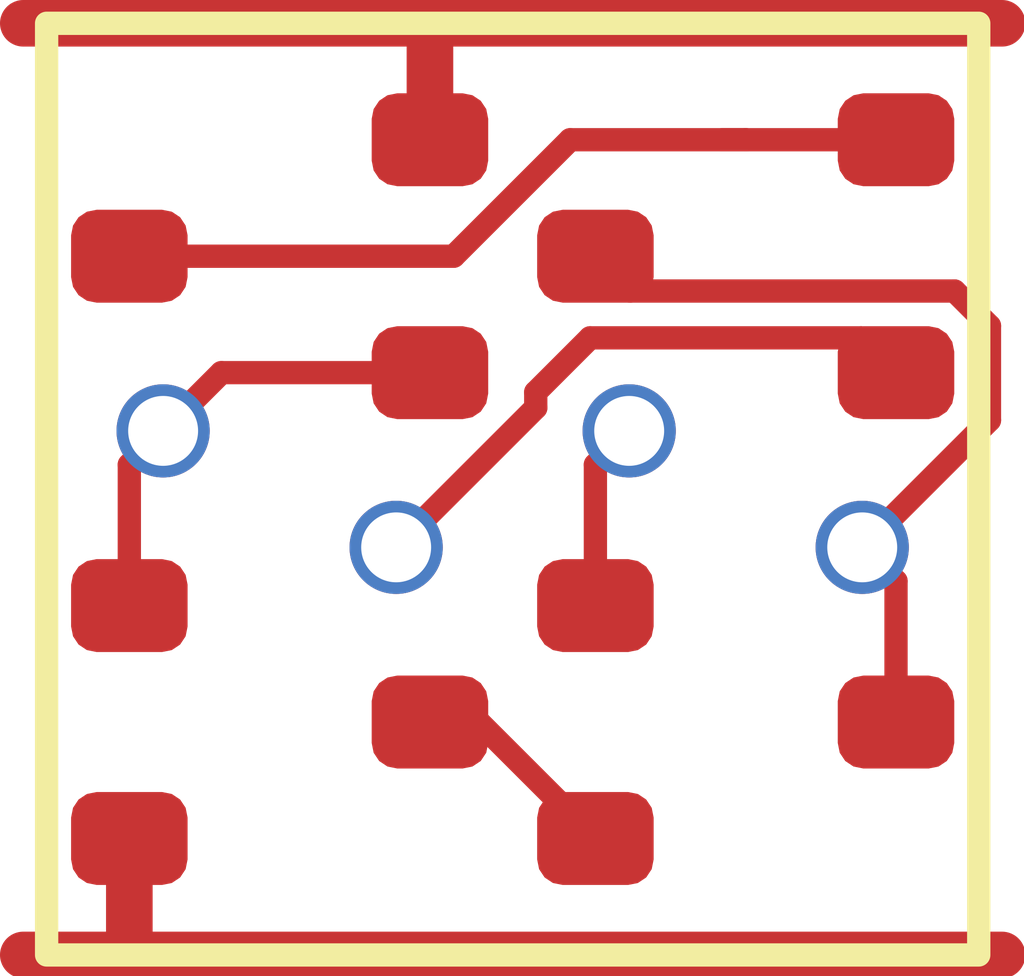
<source format=kicad_pcb>
(kicad_pcb (version 20241229) (generator "pcbnew") (generator_version "9.0")
  (layers (0 "F.Cu" signal) (2 "B.Cu" signal) (13 "F.Paste" user) (15 "B.Paste" user) (5 "F.SilkS" user "F.Silkscreen") (7 "B.SilkS" user "B.Silkscreen") (1 "F.Mask" user) (3 "B.Mask" user) (25 "Edge.Cuts" user))
  (net 0 "")
  (net 1 "Y")
  (net 2 "GND")
  (net 3 "A")
  (net 4 "VDD")
  (net 5 "intN")
  (net 6 "EN")
  (net 7 "intP")
  (net 8 "nEN")
  (footprint "RV523:SOT523" (layer "F.Cu") (at 3 1 180)
    (property "Reference" "N2" (hide yes))
    (property "Value" "NMOS" (hide yes))
    (pad "1" smd roundrect (at -0.645 -0.5) (size 0.5 0.399) (layers "F.Cu" "F.Mask" "F.Paste") (roundrect_rratio 0.275) (net 6 "EN"))
    (pad "2" smd roundrect (at -0.645 0.5) (size 0.5 0.399) (layers "F.Cu" "F.Mask" "F.Paste") (roundrect_rratio 0.275) (net 5 "intN"))
    (pad "3" smd roundrect (at 0.645 0) (size 0.5 0.399) (layers "F.Cu" "F.Mask" "F.Paste") (roundrect_rratio 0.275) (net 1 "Y"))
  )
  (footprint "RV523:SOT523" (layer "F.Cu") (at 3 3)
    (property "Reference" "P2" (hide yes))
    (property "Value" "PMOS" (hide yes))
    (pad "1" smd roundrect (at -0.645 -0.5 180) (size 0.5 0.399) (layers "F.Cu" "F.Mask" "F.Paste") (roundrect_rratio 0.275) (net 8 "nEN"))
    (pad "2" smd roundrect (at -0.645 0.5 180) (size 0.5 0.399) (layers "F.Cu" "F.Mask" "F.Paste") (roundrect_rratio 0.275) (net 7 "intP"))
    (pad "3" smd roundrect (at 0.645 0 180) (size 0.5 0.399) (layers "F.Cu" "F.Mask" "F.Paste") (roundrect_rratio 0.275) (net 1 "Y"))
  )
  (footprint "RV523:SOT523" (layer "F.Cu") (at 1 1 180)
    (property "Reference" "N1" (hide yes))
    (property "Value" "NMOS" (hide yes))
    (pad "1" smd roundrect (at -0.645 -0.5) (size 0.5 0.399) (layers "F.Cu" "F.Mask" "F.Paste") (roundrect_rratio 0.275) (net 3 "A"))
    (pad "2" smd roundrect (at -0.645 0.5) (size 0.5 0.399) (layers "F.Cu" "F.Mask" "F.Paste") (roundrect_rratio 0.275) (net 2 "GND"))
    (pad "3" smd roundrect (at 0.645 0) (size 0.5 0.399) (layers "F.Cu" "F.Mask" "F.Paste") (roundrect_rratio 0.275) (net 5 "intN"))
  )
  (footprint "RV523:SOT523" (layer "F.Cu") (at 1 3)
    (property "Reference" "P1" (hide yes))
    (property "Value" "PMOS" (hide yes))
    (pad "1" smd roundrect (at -0.645 -0.5 180) (size 0.5 0.399) (layers "F.Cu" "F.Mask" "F.Paste") (roundrect_rratio 0.275) (net 3 "A"))
    (pad "2" smd roundrect (at -0.645 0.5 180) (size 0.5 0.399) (layers "F.Cu" "F.Mask" "F.Paste") (roundrect_rratio 0.275) (net 4 "VDD"))
    (pad "3" smd roundrect (at 0.645 0 180) (size 0.5 0.399) (layers "F.Cu" "F.Mask" "F.Paste") (roundrect_rratio 0.275) (net 7 "intP"))
  )
  (gr_rect (start 0 0) (end 4 4) (stroke (width 0.1)) (fill no) (layer "F.SilkS"))
  (segment (start 4.046 1.299188) (end 4.046 1.704) (width 0.1) (layer "F.Cu") (net 1))
  (segment (start 3.896312 1.1495) (end 4.046 1.299188) (width 0.1) (layer "F.Cu") (net 1))
  (segment (start 3.645 3) (end 3.645 2.395) (width 0.1) (layer "F.Cu") (net 1))
  (segment (start 3.5 2.145) (end 3.5 2.25) (width 0.1) (layer "F.Cu") (net 1))
  (segment (start 2.5045 1.1495) (end 3.896312 1.1495) (width 0.1) (layer "F.Cu") (net 1))
  (segment (start 4.046 1.704) (end 3.5 2.25) (width 0.1) (layer "F.Cu") (net 1))
  (segment (start 2.355 1) (end 2.5045 1.1495) (width 0.1) (layer "F.Cu") (net 1))
  (segment (start 3.645 2.395) (end 3.5 2.25) (width 0.1) (layer "F.Cu") (net 1))
  (via (at 3.5 2.25) (size 0.4) (drill 0.3) (layers "F.Cu" "B.Cu") (net 1))
  (segment (start 1.645 0.045) (end 1.6 0) (width 0.2) (layer "F.Cu") (net 2))
  (segment (start 1.645 0.4) (end 1.645 0.045) (width 0.2) (layer "F.Cu") (net 2))
  (segment (start -0.1 0) (end 1.6 0) (width 0.2) (layer "F.Cu") (net 2))
  (segment (start 1.6 0) (end 4.1 0) (width 0.2) (layer "F.Cu") (net 2))
  (segment (start 1.645 1.5) (end 0.75 1.5) (width 0.1) (layer "F.Cu") (net 3))
  (segment (start 0.355 1.895) (end 0.5 1.75) (width 0.1) (layer "F.Cu") (net 3))
  (segment (start 0.355 2.5) (end 0.355 1.895) (width 0.1) (layer "F.Cu") (net 3))
  (segment (start 0.75 1.5) (end 0.5 1.75) (width 0.1) (layer "F.Cu") (net 3))
  (via (at 0.5 1.75) (size 0.4) (drill 0.3) (layers "F.Cu" "B.Cu") (net 3))
  (segment (start 0.355 3.945) (end 0.3 4) (width 0.2) (layer "F.Cu") (net 4))
  (segment (start 0.3 4) (end 4.1 4) (width 0.2) (layer "F.Cu") (net 4))
  (segment (start 0.355 3.6) (end 0.355 3.945) (width 0.2) (layer "F.Cu") (net 4))
  (segment (start -0.1 4) (end 0.3 4) (width 0.2) (layer "F.Cu") (net 4))
  (segment (start 3.645 0.5) (end 3 0.5) (width 0.1) (layer "F.Cu") (net 5))
  (segment (start 2.246812 0.5) (end 1.746812 1) (width 0.1) (layer "F.Cu") (net 5))
  (segment (start 3 0.5) (end 2.9 0.5) (width 0.1) (layer "F.Cu") (net 5))
  (segment (start 1.746812 1) (end 0.355 1) (width 0.1) (layer "F.Cu") (net 5))
  (segment (start 3 0.5) (end 2.246812 0.5) (width 0.1) (layer "F.Cu") (net 5))
  (segment (start 2.3324 1.3505) (end 2.099 1.5839) (width 0.1) (layer "F.Cu") (net 6))
  (segment (start 3.645 1.5) (end 3.4955 1.3505) (width 0.1) (layer "F.Cu") (net 6))
  (segment (start 2.099 1.5839) (end 2.099 1.651) (width 0.1) (layer "F.Cu") (net 6))
  (segment (start 2.099 1.651) (end 1.5 2.25) (width 0.1) (layer "F.Cu") (net 6))
  (segment (start 3.4955 1.3505) (end 2.3324 1.3505) (width 0.1) (layer "F.Cu") (net 6))
  (via (at 1.5 2.25) (size 0.4) (drill 0.3) (layers "F.Cu" "B.Cu") (net 6))
  (segment (start 1.855 3) (end 2.355 3.5) (width 0.1) (layer "F.Cu") (net 7))
  (segment (start 1.645 3) (end 1.855 3) (width 0.1) (layer "F.Cu") (net 7))
  (segment (start 2.355 2.5) (end 2.355 1.895) (width 0.1) (layer "F.Cu") (net 8))
  (segment (start 2.355 1.895) (end 2.5 1.75) (width 0.1) (layer "F.Cu") (net 8))
  (via (at 2.5 1.75) (size 0.4) (drill 0.3) (layers "F.Cu" "B.Cu") (net 8))
)
</source>
